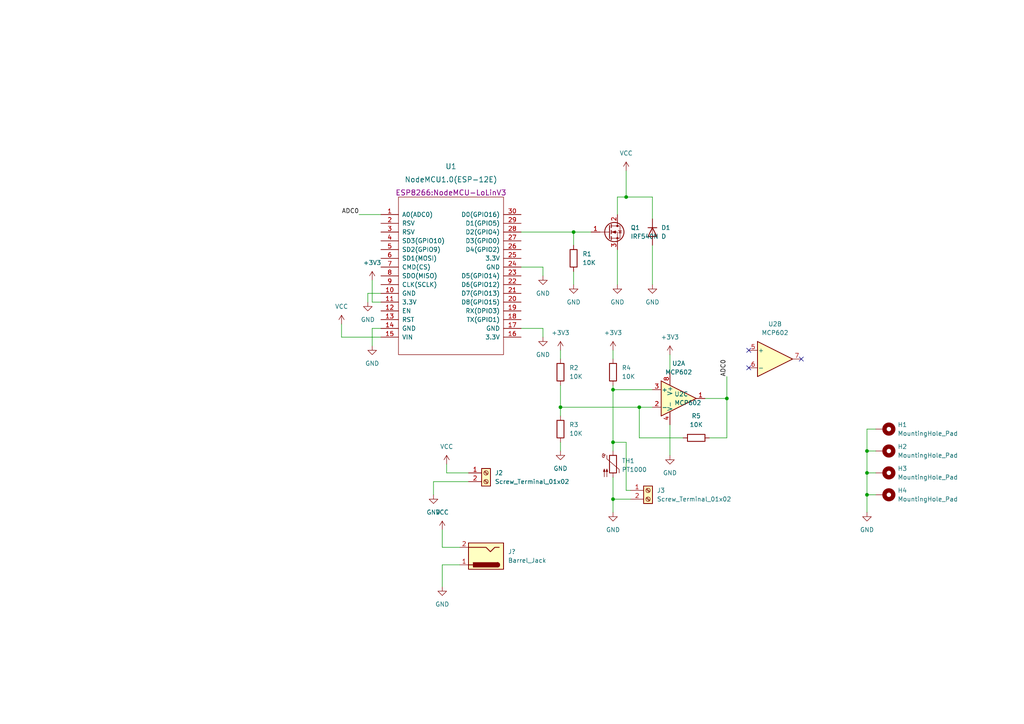
<source format=kicad_sch>
(kicad_sch (version 20211123) (generator eeschema)
  (paper "A4")
  (lib_symbols
    (symbol "Amplifier_Operational:MCP602" (pin_names (offset 0.127))
      (property "Reference" "U" (at 0 5.08 0))
      (property "Value" "MCP602" (at 0 -5.08 0))
      (symbol "MCP602_1_1"
        (polyline (pts (xy -5.08 5.08) (xy 5.08 0) (xy -5.08 -5.08) (xy -5.08 5.08)) (stroke (width 0.254)) (fill (type background)))
        (pin output line (at 7.62 0 180) (length 2.54) (name "~") (number "1"))
        (pin input line (at -7.62 -2.54 0) (length 2.54) (name "-") (number "2"))
        (pin input line (at -7.62 2.54 0) (length 2.54) (name "+") (number "3"))
      )
      (symbol "MCP602_2_1"
        (polyline (pts (xy -5.08 5.08) (xy 5.08 0) (xy -5.08 -5.08) (xy -5.08 5.08)) (stroke (width 0.254)) (fill (type background)))
        (pin input line (at -7.62 2.54 0) (length 2.54) (name "+") (number "5"))
        (pin input line (at -7.62 -2.54 0) (length 2.54) (name "-") (number "6"))
        (pin output line (at 7.62 0 180) (length 2.54) (name "~") (number "7"))
      )
      (symbol "MCP602_3_1"
        (pin power_in line (at -2.54 -7.62 90) (length 3.81) (name "V-") (number "4"))
        (pin power_in line (at -2.54 7.62 270) (length 3.81) (name "V+") (number "8"))
      )
    )
    (symbol "Connector:Barrel_Jack" (pin_names (offset 1.016))
      (property "Reference" "J" (at 0 5.334 0))
      (property "Value" "Barrel_Jack" (at 0 -5.08 0))
      (symbol "Barrel_Jack_0_1"
        (rectangle (start -5.08 3.81) (end 5.08 -3.81) (stroke (width 0.254)) (fill (type background)))
        (arc (start -3.302 3.175) (mid -3.937 2.54) (end -3.302 1.905) (stroke (width 0.254)))
        (arc (start -3.302 3.175) (mid -3.937 2.54) (end -3.302 1.905) (stroke (width 0.254)) (fill (type outline)))
        (polyline (pts (xy 5.08 2.54) (xy 3.81 2.54)) (stroke (width 0.254)))
        (polyline (pts (xy -3.81 -2.54) (xy -2.54 -2.54) (xy -1.27 -1.27) (xy 0 -2.54) (xy 2.54 -2.54) (xy 5.08 -2.54)) (stroke (width 0.254)))
        (rectangle (start 3.683 3.175) (end -3.302 1.905) (stroke (width 0.254)) (fill (type outline)))
      )
      (symbol "Barrel_Jack_1_1"
        (pin passive line (at 7.62 2.54 180) (length 2.54) (name "~") (number "1"))
        (pin passive line (at 7.62 -2.54 180) (length 2.54) (name "~") (number "2"))
      )
    )
    (symbol "Connector:Screw_Terminal_01x02" (pin_names (offset 1.016) hide)
      (property "Reference" "J" (at 0 2.54 0))
      (property "Value" "Screw_Terminal_01x02" (at 0 -5.08 0))
      (symbol "Screw_Terminal_01x02_1_1"
        (rectangle (start -1.27 1.27) (end 1.27 -3.81) (stroke (width 0.254)) (fill (type background)))
        (circle (center 0 -2.54) (radius 0.635) (stroke (width 0.1524)))
        (polyline (pts (xy -0.5334 -2.2098) (xy 0.3302 -3.048)) (stroke (width 0.1524)))
        (polyline (pts (xy -0.5334 0.3302) (xy 0.3302 -0.508)) (stroke (width 0.1524)))
        (polyline (pts (xy -0.3556 -2.032) (xy 0.508 -2.8702)) (stroke (width 0.1524)))
        (polyline (pts (xy -0.3556 0.508) (xy 0.508 -0.3302)) (stroke (width 0.1524)))
        (circle (center 0 0) (radius 0.635) (stroke (width 0.1524)))
        (pin passive line (at -5.08 0 0) (length 3.81) (name "Pin_1") (number "1"))
        (pin passive line (at -5.08 -2.54 0) (length 3.81) (name "Pin_2") (number "2"))
      )
    )
    (symbol "Device:D" (pin_numbers hide) (pin_names (offset 1.016) hide)
      (property "Reference" "D" (at 0 2.54 0))
      (property "Value" "D" (at 0 -2.54 0))
      (symbol "D_0_1"
        (polyline (pts (xy -1.27 1.27) (xy -1.27 -1.27)) (stroke (width 0.254)))
        (polyline (pts (xy 1.27 0) (xy -1.27 0)))
        (polyline (pts (xy 1.27 1.27) (xy 1.27 -1.27) (xy -1.27 0) (xy 1.27 1.27)) (stroke (width 0.254)))
      )
      (symbol "D_1_1"
        (pin passive line (at -3.81 0 0) (length 2.54) (name "K") (number "1"))
        (pin passive line (at 3.81 0 180) (length 2.54) (name "A") (number "2"))
      )
    )
    (symbol "Device:R" (pin_numbers hide) (pin_names (offset 0))
      (property "Reference" "R" (at 2.032 0 90))
      (property "Value" "R" (at 0 0 90))
      (symbol "R_0_1"
        (rectangle (start -1.016 -2.54) (end 1.016 2.54) (stroke (width 0.254)))
      )
      (symbol "R_1_1"
        (pin passive line (at 0 3.81 270) (length 1.27) (name "~") (number "1"))
        (pin passive line (at 0 -3.81 90) (length 1.27) (name "~") (number "2"))
      )
    )
    (symbol "ESP8266:NodeMCU1.0(ESP-12E)" (pin_names (offset 1.016))
      (property "Reference" "U" (at 0 21.59 0))
      (property "Value" "NodeMCU1.0(ESP-12E)" (at 0 -21.59 0))
      (symbol "NodeMCU1.0(ESP-12E)_0_1"
        (rectangle (start -15.24 -22.86) (end 15.24 22.86))
      )
      (symbol "NodeMCU1.0(ESP-12E)_1_1"
        (pin input line (at -20.32 17.78 0) (length 5.08) (name "A0(ADC0)") (number "1"))
        (pin input line (at -20.32 -5.08 0) (length 5.08) (name "GND") (number "10"))
        (pin input line (at -20.32 -7.62 0) (length 5.08) (name "3.3V") (number "11"))
        (pin input line (at -20.32 -10.16 0) (length 5.08) (name "EN") (number "12"))
        (pin input line (at -20.32 -12.7 0) (length 5.08) (name "RST") (number "13"))
        (pin input line (at -20.32 -15.24 0) (length 5.08) (name "GND") (number "14"))
        (pin input line (at -20.32 -17.78 0) (length 5.08) (name "VIN") (number "15"))
        (pin input line (at 20.32 -17.78 180) (length 5.08) (name "3.3V") (number "16"))
        (pin input line (at 20.32 -15.24 180) (length 5.08) (name "GND") (number "17"))
        (pin input line (at 20.32 -12.7 180) (length 5.08) (name "TX(GPIO1)") (number "18"))
        (pin input line (at 20.32 -10.16 180) (length 5.08) (name "RX(DPIO3)") (number "19"))
        (pin input line (at -20.32 15.24 0) (length 5.08) (name "RSV") (number "2"))
        (pin input line (at 20.32 -7.62 180) (length 5.08) (name "D8(GPIO15)") (number "20"))
        (pin input line (at 20.32 -5.08 180) (length 5.08) (name "D7(GPIO13)") (number "21"))
        (pin input line (at 20.32 -2.54 180) (length 5.08) (name "D6(GPIO12)") (number "22"))
        (pin input line (at 20.32 0 180) (length 5.08) (name "D5(GPIO14)") (number "23"))
        (pin input line (at 20.32 2.54 180) (length 5.08) (name "GND") (number "24"))
        (pin input line (at 20.32 5.08 180) (length 5.08) (name "3.3V") (number "25"))
        (pin input line (at 20.32 7.62 180) (length 5.08) (name "D4(GPIO2)") (number "26"))
        (pin input line (at 20.32 10.16 180) (length 5.08) (name "D3(GPIO0)") (number "27"))
        (pin input line (at 20.32 12.7 180) (length 5.08) (name "D2(GPIO4)") (number "28"))
        (pin input line (at 20.32 15.24 180) (length 5.08) (name "D1(GPIO5)") (number "29"))
        (pin input line (at -20.32 12.7 0) (length 5.08) (name "RSV") (number "3"))
        (pin input line (at 20.32 17.78 180) (length 5.08) (name "D0(GPIO16)") (number "30"))
        (pin input line (at -20.32 10.16 0) (length 5.08) (name "SD3(GPIO10)") (number "4"))
        (pin input line (at -20.32 7.62 0) (length 5.08) (name "SD2(GPIO9)") (number "5"))
        (pin input line (at -20.32 5.08 0) (length 5.08) (name "SD1(MOSI)") (number "6"))
        (pin input line (at -20.32 2.54 0) (length 5.08) (name "CMD(CS)") (number "7"))
        (pin input line (at -20.32 0 0) (length 5.08) (name "SDO(MISO)") (number "8"))
        (pin input line (at -20.32 -2.54 0) (length 5.08) (name "CLK(SCLK)") (number "9"))
      )
    )
    (symbol "Mechanical:MountingHole_Pad" (pin_numbers hide) (pin_names (offset 1.016) hide)
      (property "Reference" "H" (at 0 6.35 0))
      (property "Value" "MountingHole_Pad" (at 0 4.445 0))
      (symbol "MountingHole_Pad_0_1"
        (circle (center 0 1.27) (radius 1.27) (stroke (width 1.27)))
      )
      (symbol "MountingHole_Pad_1_1"
        (pin input line (at 0 -2.54 90) (length 2.54) (name "1") (number "1"))
      )
    )
    (symbol "Sensor_Temperature:PT1000" (pin_numbers hide) (pin_names (offset 0))
      (property "Reference" "TH" (at -4.445 0 90))
      (property "Value" "PT1000" (at 3.175 0 90))
      (symbol "PT1000_0_1"
        (arc (start -3.048 2.159) (mid -3.0495 2.3143) (end -3.175 2.413))
        (arc (start -3.048 2.159) (mid -2.9736 1.9794) (end -2.794 1.905))
        (arc (start -3.048 2.794) (mid -2.9736 2.6144) (end -2.794 2.54))
        (arc (start -2.794 1.905) (mid -2.6144 1.9794) (end -2.54 2.159))
        (arc (start -2.794 2.54) (mid -2.4393 2.5587) (end -2.159 2.794))
        (arc (start -2.794 3.048) (mid -2.9736 2.9736) (end -3.048 2.794))
        (arc (start -2.54 2.794) (mid -2.6144 2.9736) (end -2.794 3.048))
        (rectangle (start -1.016 2.54) (end 1.016 -2.54) (stroke (width 0.254)))
        (polyline (pts (xy -2.54 2.159) (xy -2.54 2.794)))
        (polyline (pts (xy -1.778 2.54) (xy -1.778 1.524) (xy 1.778 -1.524) (xy 1.778 -2.54)))
        (polyline (pts (xy -2.54 -3.683) (xy -2.54 -1.397) (xy -2.794 -2.159) (xy -2.286 -2.159) (xy -2.54 -1.397) (xy -2.54 -1.651)) (fill (type outline)))
        (polyline (pts (xy -1.778 -3.683) (xy -1.778 -1.397) (xy -2.032 -2.159) (xy -1.524 -2.159) (xy -1.778 -1.397) (xy -1.778 -1.651)) (fill (type outline)))
      )
      (symbol "PT1000_1_1"
        (pin passive line (at 0 3.81 270) (length 1.27) (name "~") (number "1"))
        (pin passive line (at 0 -3.81 90) (length 1.27) (name "~") (number "2"))
      )
    )
    (symbol "Transistor_FET:IRF540N" (pin_names hide)
      (property "Reference" "Q" (at 6.35 1.905 0))
      (property "Value" "IRF540N" (at 6.35 0 0))
      (symbol "IRF540N_0_1"
        (polyline (pts (xy 0.254 0) (xy -2.54 0)))
        (polyline (pts (xy 0.254 1.905) (xy 0.254 -1.905)) (stroke (width 0.254)))
        (polyline (pts (xy 0.762 -1.27) (xy 0.762 -2.286)) (stroke (width 0.254)))
        (polyline (pts (xy 0.762 0.508) (xy 0.762 -0.508)) (stroke (width 0.254)))
        (polyline (pts (xy 0.762 2.286) (xy 0.762 1.27)) (stroke (width 0.254)))
        (polyline (pts (xy 2.54 2.54) (xy 2.54 1.778)))
        (polyline (pts (xy 2.54 -2.54) (xy 2.54 0) (xy 0.762 0)))
        (polyline (pts (xy 0.762 -1.778) (xy 3.302 -1.778) (xy 3.302 1.778) (xy 0.762 1.778)))
        (polyline (pts (xy 1.016 0) (xy 2.032 0.381) (xy 2.032 -0.381) (xy 1.016 0)) (fill (type outline)))
        (polyline (pts (xy 2.794 0.508) (xy 2.921 0.381) (xy 3.683 0.381) (xy 3.81 0.254)))
        (polyline (pts (xy 3.302 0.381) (xy 2.921 -0.254) (xy 3.683 -0.254) (xy 3.302 0.381)))
        (circle (center 1.651 0) (radius 2.794) (stroke (width 0.254)))
        (circle (center 2.54 -1.778) (radius 0.254) (fill (type outline)))
        (circle (center 2.54 1.778) (radius 0.254) (fill (type outline)))
      )
      (symbol "IRF540N_1_1"
        (pin input line (at -5.08 0 0) (length 2.54) (name "G") (number "1"))
        (pin passive line (at 2.54 5.08 270) (length 2.54) (name "D") (number "2"))
        (pin passive line (at 2.54 -5.08 90) (length 2.54) (name "S") (number "3"))
      )
    )
    (symbol "power:+3V3" (power) (pin_names (offset 0))
      (property "Value" "+3V3" (at 0 3.556 0))
      (symbol "+3V3_0_1"
        (polyline (pts (xy -0.762 1.27) (xy 0 2.54)))
        (polyline (pts (xy 0 0) (xy 0 2.54)))
        (polyline (pts (xy 0 2.54) (xy 0.762 1.27)))
      )
      (symbol "+3V3_1_1"
        (pin power_in line (at 0 0 90) (length 0) hide (name "+3V3") (number "1"))
      )
    )
    (symbol "power:GND" (power) (pin_names (offset 0))
      (property "Value" "GND" (at 0 -3.81 0))
      (symbol "GND_0_1"
        (polyline (pts (xy 0 0) (xy 0 -1.27) (xy 1.27 -1.27) (xy 0 -2.54) (xy -1.27 -1.27) (xy 0 -1.27)))
      )
      (symbol "GND_1_1"
        (pin power_in line (at 0 0 270) (length 0) hide (name "GND") (number "1"))
      )
    )
    (symbol "power:VCC" (power) (pin_names (offset 0))
      (property "Value" "VCC" (at 0 3.81 0))
      (symbol "VCC_0_1"
        (polyline (pts (xy -0.762 1.27) (xy 0 2.54)))
        (polyline (pts (xy 0 0) (xy 0 2.54)))
        (polyline (pts (xy 0 2.54) (xy 0.762 1.27)))
      )
      (symbol "VCC_1_1"
        (pin power_in line (at 0 0 90) (length 0) hide (name "VCC") (number "1"))
      )
    )
  )
  (junction (at 177.8 128.27))
  (junction (at 162.56 118.11))
  (junction (at 251.46 137.16))
  (junction (at 210.82 115.57))
  (junction (at 181.61 57.15))
  (junction (at 177.8 113.03))
  (junction (at 185.42 118.11))
  (junction (at 251.46 143.51))
  (junction (at 177.8 144.78))
  (junction (at 251.46 130.81))
  (junction (at 166.37 67.31))
  (no_connect (at 217.17 101.6))
  (no_connect (at 217.17 106.68))
  (no_connect (at 232.41 104.14))
  (wire (pts (xy 166.37 78.74) (xy 166.37 82.55)))
  (wire (pts (xy 171.45 67.31) (xy 166.37 67.31)))
  (wire (pts (xy 177.8 111.76) (xy 177.8 113.03)))
  (wire (pts (xy 151.13 67.31) (xy 166.37 67.31)))
  (wire (pts (xy 181.61 57.15) (xy 189.23 57.15)))
  (wire (pts (xy 162.56 118.11) (xy 185.42 118.11)))
  (wire (pts (xy 177.8 144.78) (xy 182.88 144.78)))
  (wire (pts (xy 251.46 143.51) (xy 251.46 137.16)))
  (wire (pts (xy 125.73 139.7) (xy 125.73 143.51)))
  (wire (pts (xy 99.06 93.98) (xy 99.06 97.79)))
  (wire (pts (xy 251.46 143.51) (xy 254 143.51)))
  (wire (pts (xy 128.27 158.75) (xy 133.35 158.75)))
  (wire (pts (xy 181.61 142.24) (xy 181.61 128.27)))
  (wire (pts (xy 185.42 118.11) (xy 189.23 118.11)))
  (wire (pts (xy 251.46 130.81) (xy 254 130.81)))
  (wire (pts (xy 177.8 144.78) (xy 177.8 148.59)))
  (wire (pts (xy 251.46 124.46) (xy 254 124.46)))
  (wire (pts (xy 181.61 49.53) (xy 181.61 57.15)))
  (wire (pts (xy 128.27 170.18) (xy 128.27 163.83)))
  (wire (pts (xy 179.07 57.15) (xy 181.61 57.15)))
  (wire (pts (xy 157.48 80.01) (xy 157.48 77.47)))
  (wire (pts (xy 106.68 85.09) (xy 110.49 85.09)))
  (wire (pts (xy 166.37 67.31) (xy 166.37 71.12)))
  (wire (pts (xy 251.46 137.16) (xy 251.46 130.81)))
  (wire (pts (xy 162.56 118.11) (xy 162.56 120.65)))
  (wire (pts (xy 210.82 115.57) (xy 210.82 127)))
  (wire (pts (xy 177.8 138.43) (xy 177.8 144.78)))
  (wire (pts (xy 107.95 100.33) (xy 107.95 95.25)))
  (wire (pts (xy 104.14 62.23) (xy 110.49 62.23)))
  (wire (pts (xy 189.23 71.12) (xy 189.23 82.55)))
  (wire (pts (xy 177.8 101.6) (xy 177.8 104.14)))
  (wire (pts (xy 129.54 134.62) (xy 129.54 137.16)))
  (wire (pts (xy 181.61 128.27) (xy 177.8 128.27)))
  (wire (pts (xy 177.8 128.27) (xy 177.8 130.81)))
  (wire (pts (xy 135.89 139.7) (xy 125.73 139.7)))
  (wire (pts (xy 129.54 137.16) (xy 135.89 137.16)))
  (wire (pts (xy 251.46 130.81) (xy 251.46 124.46)))
  (wire (pts (xy 107.95 87.63) (xy 110.49 87.63)))
  (wire (pts (xy 198.12 127) (xy 185.42 127)))
  (wire (pts (xy 210.82 109.22) (xy 210.82 115.57)))
  (wire (pts (xy 189.23 57.15) (xy 189.23 63.5)))
  (wire (pts (xy 185.42 127) (xy 185.42 118.11)))
  (wire (pts (xy 106.68 87.63) (xy 106.68 85.09)))
  (wire (pts (xy 177.8 113.03) (xy 189.23 113.03)))
  (wire (pts (xy 162.56 128.27) (xy 162.56 130.81)))
  (wire (pts (xy 107.95 81.28) (xy 107.95 87.63)))
  (wire (pts (xy 128.27 153.67) (xy 128.27 158.75)))
  (wire (pts (xy 162.56 101.6) (xy 162.56 104.14)))
  (wire (pts (xy 179.07 62.23) (xy 179.07 57.15)))
  (wire (pts (xy 194.31 102.87) (xy 194.31 107.95)))
  (wire (pts (xy 157.48 77.47) (xy 151.13 77.47)))
  (wire (pts (xy 99.06 97.79) (xy 110.49 97.79)))
  (wire (pts (xy 194.31 123.19) (xy 194.31 132.08)))
  (wire (pts (xy 128.27 163.83) (xy 133.35 163.83)))
  (wire (pts (xy 204.47 115.57) (xy 210.82 115.57)))
  (wire (pts (xy 162.56 111.76) (xy 162.56 118.11)))
  (wire (pts (xy 107.95 95.25) (xy 110.49 95.25)))
  (wire (pts (xy 182.88 142.24) (xy 181.61 142.24)))
  (wire (pts (xy 177.8 113.03) (xy 177.8 128.27)))
  (wire (pts (xy 251.46 137.16) (xy 254 137.16)))
  (wire (pts (xy 179.07 72.39) (xy 179.07 82.55)))
  (wire (pts (xy 251.46 148.59) (xy 251.46 143.51)))
  (wire (pts (xy 210.82 127) (xy 205.74 127)))
  (wire (pts (xy 157.48 97.79) (xy 157.48 95.25)))
  (wire (pts (xy 157.48 95.25) (xy 151.13 95.25)))
  (label "ADC0" (at 104.14 62.23 180))
  (label "ADC0" (at 210.82 109.22 90))
  (symbol (lib_id "power:VCC") (at 129.54 134.62 0) (unit 1)
    (property "Reference" "#PWR0105" (effects hide))
    (property "Value" "VCC" (at 129.54 129.54 0))
  )
  (symbol (lib_id "Device:R") (at 162.56 124.46 0) (unit 1)
    (property "Reference" "R3" (at 165.1 123.1899 0) (effects (justify left)))
    (property "Value" "10K" (at 165.1 125.7299 0) (effects (justify left)))
    (property "Footprint" "Resistor_THT:R_Axial_DIN0207_L6.3mm_D2.5mm_P7.62mm_Horizontal" (effects hide))
  )
  (symbol (lib_id "Connector:Screw_Terminal_01x02") (at 187.96 142.24 0) (unit 1)
    (property "Reference" "J3" (at 190.5 142.2399 0) (effects (justify left)))
    (property "Value" "Screw_Terminal_01x02" (at 190.5 144.7799 0) (effects (justify left)))
    (property "Footprint" "TerminalBlock_Phoenix:TerminalBlock_Phoenix_MKDS-1,5-2-5.08_1x02_P5.08mm_Horizontal" (effects hide))
  )
  (symbol (lib_id "Device:R") (at 162.56 107.95 0) (unit 1)
    (property "Reference" "R2" (at 165.1 106.6799 0) (effects (justify left)))
    (property "Value" "10K" (at 165.1 109.2199 0) (effects (justify left)))
    (property "Footprint" "Resistor_THT:R_Axial_DIN0207_L6.3mm_D2.5mm_P7.62mm_Horizontal" (effects hide))
  )
  (symbol (lib_id "power:+3V3") (at 177.8 101.6 0) (unit 1)
    (property "Reference" "#PWR0114" (effects hide))
    (property "Value" "+3V3" (at 177.8 96.52 0))
  )
  (symbol (lib_id "power:GND") (at 107.95 100.33 0) (unit 1)
    (property "Reference" "#PWR0106" (effects hide))
    (property "Value" "GND" (at 107.95 105.41 0))
  )
  (symbol (lib_id "power:+3V3") (at 107.95 81.28 0) (unit 1)
    (property "Reference" "#PWR0111" (effects hide))
    (property "Value" "+3V3" (at 107.95 76.2 0))
  )
  (symbol (lib_id "power:GND") (at 194.31 132.08 0) (unit 1)
    (property "Reference" "#PWR0116" (effects hide))
    (property "Value" "GND" (at 194.31 137.16 0))
  )
  (symbol (lib_id "Sensor_Temperature:PT1000") (at 177.8 134.62 0) (unit 1)
    (property "Reference" "TH1" (at 180.34 133.6674 0) (effects (justify left)))
    (property "Value" "PT1000" (at 180.34 136.2074 0) (effects (justify left)))
    (property "Footprint" "Package_TO_SOT_THT:TO-92-2" (effects hide))
    (property "Datasheet" "https://www.heraeus.com/media/media/group/doc_group/products_1/hst/sot_to/de_15/to_92_d.pdf" (effects hide))
  )
  (symbol (lib_id "Mechanical:MountingHole_Pad") (at 256.54 137.16 270) (unit 1)
    (property "Reference" "H3" (at 260.35 135.8899 90) (effects (justify left)))
    (property "Value" "MountingHole_Pad" (at 260.35 138.4299 90) (effects (justify left)))
    (property "Footprint" "MountingHole:MountingHole_3.2mm_M3_Pad_Via" (effects hide))
  )
  (symbol (lib_id "Mechanical:MountingHole_Pad") (at 256.54 124.46 270) (unit 1)
    (property "Reference" "H1" (at 260.35 123.1899 90) (effects (justify left)))
    (property "Value" "MountingHole_Pad" (at 260.35 125.7299 90) (effects (justify left)))
    (property "Footprint" "MountingHole:MountingHole_3.2mm_M3_Pad_Via" (effects hide))
  )
  (symbol (lib_id "power:GND") (at 162.56 130.81 0) (unit 1)
    (property "Reference" "#PWR0112" (effects hide))
    (property "Value" "GND" (at 162.56 135.89 0))
  )
  (symbol (lib_id "Device:R") (at 201.93 127 90) (unit 1)
    (property "Reference" "R5" (at 201.93 120.65 90))
    (property "Value" "10K" (at 201.93 123.19 90))
    (property "Footprint" "Resistor_THT:R_Axial_DIN0207_L6.3mm_D2.5mm_P7.62mm_Horizontal" (effects hide))
  )
  (symbol (lib_id "Device:R") (at 177.8 107.95 0) (unit 1)
    (property "Reference" "R4" (at 180.34 106.6799 0) (effects (justify left)))
    (property "Value" "10K" (at 180.34 109.2199 0) (effects (justify left)))
    (property "Footprint" "Resistor_THT:R_Axial_DIN0207_L6.3mm_D2.5mm_P7.62mm_Horizontal" (effects hide))
  )
  (symbol (lib_id "power:VCC") (at 128.27 153.67 0) (unit 1)
    (property "Reference" "#PWR?" (effects hide))
    (property "Value" "VCC" (at 128.27 148.59 0))
  )
  (symbol (lib_id "power:GND") (at 128.27 170.18 0) (unit 1)
    (property "Reference" "#PWR?" (effects hide))
    (property "Value" "GND" (at 128.27 175.26 0))
  )
  (symbol (lib_id "Connector:Screw_Terminal_01x02") (at 140.97 137.16 0) (unit 1)
    (property "Reference" "J2" (at 143.51 137.1599 0) (effects (justify left)))
    (property "Value" "Screw_Terminal_01x02" (at 143.51 139.6999 0) (effects (justify left)))
    (property "Footprint" "TerminalBlock_Phoenix:TerminalBlock_Phoenix_MKDS-1,5-2-5.08_1x02_P5.08mm_Horizontal" (effects hide))
  )
  (symbol (lib_id "power:GND") (at 106.68 87.63 0) (unit 1)
    (property "Reference" "#PWR0107" (effects hide))
    (property "Value" "GND" (at 106.68 92.71 0))
  )
  (symbol (lib_id "power:VCC") (at 181.61 49.53 0) (unit 1)
    (property "Reference" "#PWR0104" (effects hide))
    (property "Value" "VCC" (at 181.61 44.45 0))
  )
  (symbol (lib_id "power:GND") (at 157.48 97.79 0) (unit 1)
    (property "Reference" "#PWR0108" (effects hide))
    (property "Value" "GND" (at 157.48 102.87 0))
  )
  (symbol (lib_id "ESP8266:NodeMCU1.0(ESP-12E)") (at 130.81 80.01 0) (unit 1)
    (property "Reference" "U1" (at 130.81 48.26 0) (effects (font (size 1.524 1.524))))
    (property "Value" "NodeMCU1.0(ESP-12E)" (at 130.81 52.07 0) (effects (font (size 1.524 1.524))))
    (property "Footprint" "ESP8266:NodeMCU-LoLinV3" (at 130.81 55.88 0) (effects (font (size 1.524 1.524))))
  )
  (symbol (lib_id "power:+3V3") (at 194.31 102.87 0) (unit 1)
    (property "Reference" "#PWR0115" (effects hide))
    (property "Value" "+3V3" (at 194.31 97.79 0))
  )
  (symbol (lib_id "power:GND") (at 189.23 82.55 0) (unit 1)
    (property "Reference" "#PWR0103" (effects hide))
    (property "Value" "GND" (at 189.23 87.63 0))
  )
  (symbol (lib_id "Mechanical:MountingHole_Pad") (at 256.54 143.51 270) (unit 1)
    (property "Reference" "H4" (at 260.35 142.2399 90) (effects (justify left)))
    (property "Value" "MountingHole_Pad" (at 260.35 144.7799 90) (effects (justify left)))
    (property "Footprint" "MountingHole:MountingHole_3.2mm_M3_Pad_Via" (effects hide))
  )
  (symbol (lib_id "power:GND") (at 251.46 148.59 0) (unit 1)
    (property "Reference" "#PWR0119" (effects hide))
    (property "Value" "GND" (at 251.46 153.67 0))
  )
  (symbol (lib_id "power:VCC") (at 99.06 93.98 0) (unit 1)
    (property "Reference" "#PWR0118" (effects hide))
    (property "Value" "VCC" (at 99.06 88.9 0))
  )
  (symbol (lib_id "Device:D") (at 189.23 67.31 270) (unit 1)
    (property "Reference" "D1" (at 191.77 66.0399 90) (effects (justify left)))
    (property "Value" "D" (at 191.77 68.5799 90) (effects (justify left)))
    (property "Footprint" "Diode_THT:D_DO-35_SOD27_P7.62mm_Horizontal" (effects hide))
  )
  (symbol (lib_id "power:+3V3") (at 162.56 101.6 0) (unit 1)
    (property "Reference" "#PWR0110" (effects hide))
    (property "Value" "+3V3" (at 162.56 96.52 0))
  )
  (symbol (lib_id "power:GND") (at 177.8 148.59 0) (unit 1)
    (property "Reference" "#PWR0113" (effects hide))
    (property "Value" "GND" (at 177.8 153.67 0))
  )
  (symbol (lib_id "Transistor_FET:IRF540N") (at 176.53 67.31 0) (unit 1)
    (property "Reference" "Q1" (at 182.88 66.0399 0) (effects (justify left)))
    (property "Value" "IRF540N" (at 182.88 68.5799 0) (effects (justify left)))
    (property "Footprint" "Package_TO_SOT_THT:TO-220-3_Vertical" (effects hide))
    (property "Datasheet" "http://www.irf.com/product-info/datasheets/data/irf540n.pdf" (effects hide))
  )
  (symbol (lib_id "Device:R") (at 166.37 74.93 0) (unit 1)
    (property "Reference" "R1" (at 168.91 73.6599 0) (effects (justify left)))
    (property "Value" "10K" (at 168.91 76.1999 0) (effects (justify left)))
    (property "Footprint" "Resistor_THT:R_Axial_DIN0207_L6.3mm_D2.5mm_P7.62mm_Horizontal" (effects hide))
  )
  (symbol (lib_id "Amplifier_Operational:MCP602") (at 196.85 115.57 0) (unit 1)
    (property "Reference" "U2" (at 196.85 105.41 0))
    (property "Value" "MCP602" (at 196.85 107.95 0))
    (property "Footprint" "Package_DIP:DIP-8_W7.62mm_LongPads" (effects hide))
    (property "Datasheet" "http://ww1.microchip.com/downloads/en/DeviceDoc/21314g.pdf" (effects hide))
  )
  (symbol (lib_id "Amplifier_Operational:MCP602") (at 196.85 115.57 0) (unit 3)
    (property "Reference" "U2" (at 195.58 114.2999 0) (effects (justify left)))
    (property "Value" "MCP602" (at 195.58 116.8399 0) (effects (justify left)))
    (property "Footprint" "Package_DIP:DIP-8_W7.62mm_LongPads" (effects hide))
    (property "Datasheet" "http://ww1.microchip.com/downloads/en/DeviceDoc/21314g.pdf" (effects hide))
  )
  (symbol (lib_id "Connector:Barrel_Jack") (at 140.97 161.29 180) (unit 1)
    (property "Reference" "J?" (at 147.32 160.0199 0) (effects (justify right)))
    (property "Value" "Barrel_Jack" (at 147.32 162.5599 0) (effects (justify right)))
  )
  (symbol (lib_id "power:GND") (at 157.48 80.01 0) (unit 1)
    (property "Reference" "#PWR0109" (effects hide))
    (property "Value" "GND" (at 157.48 85.09 0))
  )
  (symbol (lib_id "Mechanical:MountingHole_Pad") (at 256.54 130.81 270) (unit 1)
    (property "Reference" "H2" (at 260.35 129.5399 90) (effects (justify left)))
    (property "Value" "MountingHole_Pad" (at 260.35 132.0799 90) (effects (justify left)))
    (property "Footprint" "MountingHole:MountingHole_3.2mm_M3_Pad_Via" (effects hide))
  )
  (symbol (lib_id "power:GND") (at 125.73 143.51 0) (unit 1)
    (property "Reference" "#PWR0117" (effects hide))
    (property "Value" "GND" (at 125.73 148.59 0))
  )
  (symbol (lib_id "Amplifier_Operational:MCP602") (at 224.79 104.14 0) (unit 2)
    (property "Reference" "U2" (at 224.79 93.98 0))
    (property "Value" "MCP602" (at 224.79 96.52 0))
    (property "Footprint" "Package_DIP:DIP-8_W7.62mm_LongPads" (effects hide))
    (property "Datasheet" "http://ww1.microchip.com/downloads/en/DeviceDoc/21314g.pdf" (effects hide))
  )
  (symbol (lib_id "power:GND") (at 166.37 82.55 0) (unit 1)
    (property "Reference" "#PWR0101" (effects hide))
    (property "Value" "GND" (at 166.37 87.63 0))
  )
  (symbol (lib_id "power:GND") (at 179.07 82.55 0) (unit 1)
    (property "Reference" "#PWR0102" (effects hide))
    (property "Value" "GND" (at 179.07 87.63 0))
  )
)
</source>
